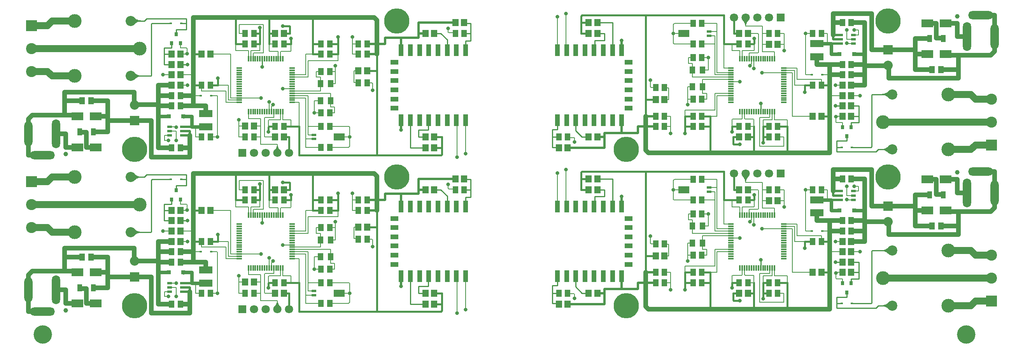
<source format=gtl>
G04*
G04 #@! TF.GenerationSoftware,Altium Limited,Altium Designer,22.8.2 (66)*
G04*
G04 Layer_Physical_Order=1*
G04 Layer_Color=255*
%FSLAX25Y25*%
%MOIN*%
G70*
G04*
G04 #@! TF.SameCoordinates,C3FD66B6-40D4-4EF1-9346-9CEE37E5CDB1*
G04*
G04*
G04 #@! TF.FilePolarity,Positive*
G04*
G01*
G75*
%ADD10C,0.03937*%
%ADD11R,0.01181X0.04724*%
%ADD12R,0.04724X0.01181*%
%ADD13R,0.05315X0.05906*%
%ADD14R,0.05118X0.05906*%
%ADD15R,0.07087X0.03937*%
%ADD16R,0.03937X0.09843*%
%ADD17R,0.02323X0.01772*%
%ADD18R,0.03150X0.03543*%
%ADD19R,0.11811X0.06102*%
%ADD20R,0.03543X0.03740*%
%ADD21R,0.04331X0.02362*%
%ADD22R,0.09843X0.06693*%
%ADD23R,0.03937X0.06299*%
%ADD24R,0.09449X0.05906*%
%ADD25R,0.04921X0.06299*%
%ADD26C,0.00800*%
%ADD27C,0.04000*%
%ADD28C,0.00900*%
%ADD29C,0.01500*%
%ADD30C,0.03000*%
%ADD31C,0.02000*%
%ADD32C,0.06000*%
%ADD33C,0.05000*%
%ADD34R,0.02323X0.01772*%
%ADD35C,0.15748*%
%ADD36C,0.09449*%
%ADD37R,0.09449X0.09449*%
%ADD38C,0.11811*%
%ADD39C,0.08661*%
%ADD40C,0.08661*%
%ADD41R,0.08000X0.08000*%
%ADD42C,0.08000*%
%ADD43O,0.07087X0.24803*%
%ADD44O,0.07087X0.21260*%
%ADD45O,0.21260X0.07087*%
%ADD46C,0.07087*%
%ADD47R,0.07087X0.07087*%
%ADD48C,0.21654*%
%ADD49C,0.03200*%
G36*
X98485Y258447D02*
X99006Y258008D01*
X99536Y257621D01*
X100076Y257285D01*
X100626Y257001D01*
X101185Y256769D01*
X101754Y256588D01*
X102333Y256459D01*
X102922Y256381D01*
X103520Y256356D01*
Y255456D01*
X102922Y255430D01*
X102333Y255352D01*
X101754Y255223D01*
X101185Y255043D01*
X100626Y254810D01*
X100076Y254526D01*
X99536Y254191D01*
X99006Y253803D01*
X98485Y253365D01*
X97975Y252874D01*
Y258937D01*
X98485Y258447D01*
D02*
G37*
G36*
X623975Y255915D02*
X623621Y255494D01*
X623309Y255063D01*
X623039Y254624D01*
X622810Y254175D01*
X622623Y253717D01*
X622477Y253250D01*
X622373Y252774D01*
X622311Y252289D01*
X622290Y251794D01*
X621490D01*
X621469Y252289D01*
X621407Y252774D01*
X621303Y253250D01*
X621157Y253717D01*
X620970Y254175D01*
X620741Y254624D01*
X620470Y255063D01*
X620158Y255494D01*
X619805Y255915D01*
X619410Y256328D01*
X624370D01*
X623975Y255915D01*
D02*
G37*
G36*
X98485Y211202D02*
X99006Y210764D01*
X99536Y210376D01*
X100076Y210041D01*
X100626Y209757D01*
X101185Y209524D01*
X101754Y209344D01*
X102333Y209215D01*
X102922Y209137D01*
X103520Y209111D01*
Y208211D01*
X102922Y208186D01*
X102333Y208108D01*
X101754Y207979D01*
X101185Y207798D01*
X100626Y207566D01*
X100076Y207282D01*
X99536Y206946D01*
X99006Y206559D01*
X98485Y206120D01*
X97975Y205630D01*
Y211693D01*
X98485Y211202D01*
D02*
G37*
G36*
X744545Y189882D02*
X744034Y190372D01*
X743514Y190811D01*
X742983Y191199D01*
X742443Y191534D01*
X741894Y191818D01*
X741334Y192050D01*
X740765Y192231D01*
X740187Y192360D01*
X739598Y192438D01*
X739000Y192463D01*
Y193363D01*
X739598Y193389D01*
X740187Y193467D01*
X740765Y193596D01*
X741334Y193777D01*
X741894Y194009D01*
X742443Y194293D01*
X742983Y194628D01*
X743514Y195016D01*
X744034Y195455D01*
X744545Y195945D01*
Y189882D01*
D02*
G37*
G36*
X221051Y149286D02*
X221113Y148801D01*
X221217Y148325D01*
X221363Y147858D01*
X221550Y147400D01*
X221779Y146951D01*
X222049Y146511D01*
X222361Y146081D01*
X222715Y145659D01*
X223110Y145247D01*
X218150D01*
X218545Y145659D01*
X218899Y146081D01*
X219211Y146511D01*
X219481Y146951D01*
X219710Y147400D01*
X219897Y147858D01*
X220043Y148325D01*
X220147Y148801D01*
X220209Y149286D01*
X220230Y149780D01*
X221030D01*
X221051Y149286D01*
D02*
G37*
G36*
X744545Y142638D02*
X744034Y143128D01*
X743514Y143567D01*
X742983Y143954D01*
X742443Y144290D01*
X741894Y144574D01*
X741334Y144806D01*
X740765Y144987D01*
X740186Y145116D01*
X739598Y145193D01*
X739000Y145219D01*
Y146119D01*
X739598Y146145D01*
X740186Y146222D01*
X740765Y146352D01*
X741334Y146532D01*
X741894Y146765D01*
X742443Y147049D01*
X742983Y147384D01*
X743514Y147771D01*
X744034Y148210D01*
X744545Y148701D01*
Y142638D01*
D02*
G37*
G36*
X98485Y124588D02*
X99006Y124150D01*
X99536Y123762D01*
X100076Y123427D01*
X100626Y123143D01*
X101185Y122910D01*
X101754Y122730D01*
X102333Y122600D01*
X102922Y122523D01*
X103520Y122497D01*
Y121597D01*
X102922Y121572D01*
X102333Y121494D01*
X101754Y121365D01*
X101185Y121184D01*
X100626Y120952D01*
X100076Y120668D01*
X99536Y120332D01*
X99006Y119945D01*
X98485Y119506D01*
X97975Y119016D01*
Y125079D01*
X98485Y124588D01*
D02*
G37*
G36*
X623975Y122057D02*
X623621Y121636D01*
X623309Y121205D01*
X623039Y120765D01*
X622810Y120317D01*
X622623Y119859D01*
X622477Y119392D01*
X622373Y118916D01*
X622311Y118430D01*
X622290Y117936D01*
X621490D01*
X621469Y118430D01*
X621407Y118916D01*
X621303Y119392D01*
X621157Y119859D01*
X620970Y120317D01*
X620741Y120765D01*
X620470Y121205D01*
X620158Y121636D01*
X619805Y122057D01*
X619410Y122470D01*
X624370D01*
X623975Y122057D01*
D02*
G37*
G36*
X98485Y77344D02*
X99006Y76905D01*
X99536Y76518D01*
X100076Y76182D01*
X100626Y75898D01*
X101185Y75666D01*
X101754Y75485D01*
X102333Y75356D01*
X102922Y75279D01*
X103520Y75253D01*
Y74353D01*
X102922Y74327D01*
X102333Y74250D01*
X101754Y74121D01*
X101185Y73940D01*
X100626Y73708D01*
X100076Y73424D01*
X99536Y73088D01*
X99006Y72701D01*
X98485Y72262D01*
X97975Y71772D01*
Y77835D01*
X98485Y77344D01*
D02*
G37*
G36*
X744545Y56024D02*
X744034Y56514D01*
X743514Y56953D01*
X742983Y57340D01*
X742443Y57676D01*
X741894Y57960D01*
X741334Y58192D01*
X740765Y58373D01*
X740187Y58502D01*
X739598Y58579D01*
X739000Y58605D01*
Y59505D01*
X739598Y59531D01*
X740187Y59608D01*
X740765Y59737D01*
X741334Y59918D01*
X741894Y60150D01*
X742443Y60435D01*
X742983Y60770D01*
X743514Y61157D01*
X744034Y61596D01*
X744545Y62087D01*
Y56024D01*
D02*
G37*
G36*
X221051Y15428D02*
X221113Y14943D01*
X221217Y14467D01*
X221363Y13999D01*
X221550Y13542D01*
X221779Y13093D01*
X222049Y12653D01*
X222361Y12223D01*
X222715Y11801D01*
X223110Y11389D01*
X218150D01*
X218545Y11801D01*
X218899Y12223D01*
X219211Y12653D01*
X219481Y13093D01*
X219710Y13542D01*
X219897Y13999D01*
X220043Y14467D01*
X220147Y14943D01*
X220209Y15428D01*
X220230Y15922D01*
X221030D01*
X221051Y15428D01*
D02*
G37*
G36*
X744545Y8779D02*
X744034Y9270D01*
X743514Y9709D01*
X742983Y10096D01*
X742443Y10432D01*
X741894Y10716D01*
X741334Y10948D01*
X740765Y11129D01*
X740186Y11258D01*
X739598Y11335D01*
X739000Y11361D01*
Y12261D01*
X739598Y12287D01*
X740186Y12364D01*
X740765Y12493D01*
X741334Y12674D01*
X741894Y12906D01*
X742443Y13190D01*
X742983Y13526D01*
X743514Y13913D01*
X744034Y14352D01*
X744545Y14842D01*
Y8779D01*
D02*
G37*
G54D10*
X803150Y259842D02*
D03*
Y125984D02*
D03*
X39370Y7874D02*
D03*
Y141732D02*
D03*
G54D11*
X617126Y223425D02*
D03*
X619095D02*
D03*
X621063D02*
D03*
X623032D02*
D03*
X625000D02*
D03*
X626968D02*
D03*
X628937D02*
D03*
X630905D02*
D03*
X632874D02*
D03*
X634842D02*
D03*
X636811D02*
D03*
X638779D02*
D03*
X640748D02*
D03*
X642717D02*
D03*
X644685D02*
D03*
X646654D02*
D03*
Y178150D02*
D03*
X644685D02*
D03*
X642717D02*
D03*
X640748D02*
D03*
X638779D02*
D03*
X636811D02*
D03*
X634842D02*
D03*
X632874D02*
D03*
X630905D02*
D03*
X628937D02*
D03*
X626968D02*
D03*
X625000D02*
D03*
X623032D02*
D03*
X621063D02*
D03*
X619095D02*
D03*
X617126D02*
D03*
Y89567D02*
D03*
X619095D02*
D03*
X621063D02*
D03*
X623032D02*
D03*
X625000D02*
D03*
X626968D02*
D03*
X628937D02*
D03*
X630905D02*
D03*
X632874D02*
D03*
X634842D02*
D03*
X636811D02*
D03*
X638779D02*
D03*
X640748D02*
D03*
X642717D02*
D03*
X644685D02*
D03*
X646654D02*
D03*
Y44291D02*
D03*
X644685D02*
D03*
X642717D02*
D03*
X640748D02*
D03*
X638779D02*
D03*
X636811D02*
D03*
X634842D02*
D03*
X632874D02*
D03*
X630905D02*
D03*
X628937D02*
D03*
X626968D02*
D03*
X625000D02*
D03*
X623032D02*
D03*
X621063D02*
D03*
X619095D02*
D03*
X617126D02*
D03*
X225394Y44291D02*
D03*
X223425D02*
D03*
X221457D02*
D03*
X219488D02*
D03*
X217520D02*
D03*
X215551D02*
D03*
X213583D02*
D03*
X211614D02*
D03*
X209646D02*
D03*
X207677D02*
D03*
X205709D02*
D03*
X203740D02*
D03*
X201772D02*
D03*
X199803D02*
D03*
X197835D02*
D03*
X195866D02*
D03*
Y89567D02*
D03*
X197835D02*
D03*
X199803D02*
D03*
X201772D02*
D03*
X203740D02*
D03*
X205709D02*
D03*
X207677D02*
D03*
X209646D02*
D03*
X211614D02*
D03*
X213583D02*
D03*
X215551D02*
D03*
X217520D02*
D03*
X219488D02*
D03*
X221457D02*
D03*
X223425D02*
D03*
X225394D02*
D03*
Y178150D02*
D03*
X223425D02*
D03*
X221457D02*
D03*
X219488D02*
D03*
X217520D02*
D03*
X215551D02*
D03*
X213583D02*
D03*
X211614D02*
D03*
X209646D02*
D03*
X207677D02*
D03*
X205709D02*
D03*
X203740D02*
D03*
X201772D02*
D03*
X199803D02*
D03*
X197835D02*
D03*
X195866D02*
D03*
Y223425D02*
D03*
X197835D02*
D03*
X199803D02*
D03*
X201772D02*
D03*
X203740D02*
D03*
X205709D02*
D03*
X207677D02*
D03*
X209646D02*
D03*
X211614D02*
D03*
X213583D02*
D03*
X215551D02*
D03*
X217520D02*
D03*
X219488D02*
D03*
X221457D02*
D03*
X223425D02*
D03*
X225394D02*
D03*
G54D12*
X654528Y215551D02*
D03*
Y213583D02*
D03*
Y211614D02*
D03*
Y209646D02*
D03*
Y207677D02*
D03*
Y205709D02*
D03*
Y203740D02*
D03*
Y201772D02*
D03*
Y199803D02*
D03*
Y197835D02*
D03*
Y195866D02*
D03*
Y193898D02*
D03*
Y191929D02*
D03*
Y189961D02*
D03*
Y187992D02*
D03*
Y186024D02*
D03*
X609252D02*
D03*
Y187992D02*
D03*
Y189961D02*
D03*
Y191929D02*
D03*
Y193898D02*
D03*
Y195866D02*
D03*
Y197835D02*
D03*
Y199803D02*
D03*
Y201772D02*
D03*
Y203740D02*
D03*
Y205709D02*
D03*
Y207677D02*
D03*
Y209646D02*
D03*
Y211614D02*
D03*
Y213583D02*
D03*
Y215551D02*
D03*
X654528Y81693D02*
D03*
Y79724D02*
D03*
Y77756D02*
D03*
Y75787D02*
D03*
Y73819D02*
D03*
Y71850D02*
D03*
Y69882D02*
D03*
Y67913D02*
D03*
Y65945D02*
D03*
Y63976D02*
D03*
Y62008D02*
D03*
Y60039D02*
D03*
Y58071D02*
D03*
Y56102D02*
D03*
Y54134D02*
D03*
Y52165D02*
D03*
X609252D02*
D03*
Y54134D02*
D03*
Y56102D02*
D03*
Y58071D02*
D03*
Y60039D02*
D03*
Y62008D02*
D03*
Y63976D02*
D03*
Y65945D02*
D03*
Y67913D02*
D03*
Y69882D02*
D03*
Y71850D02*
D03*
Y73819D02*
D03*
Y75787D02*
D03*
Y77756D02*
D03*
Y79724D02*
D03*
Y81693D02*
D03*
X187992Y52165D02*
D03*
Y54134D02*
D03*
Y56102D02*
D03*
Y58071D02*
D03*
Y60039D02*
D03*
Y62008D02*
D03*
Y63976D02*
D03*
Y65945D02*
D03*
Y67913D02*
D03*
Y69882D02*
D03*
Y71850D02*
D03*
Y73819D02*
D03*
Y75787D02*
D03*
Y77756D02*
D03*
Y79724D02*
D03*
Y81693D02*
D03*
X233268D02*
D03*
Y79724D02*
D03*
Y77756D02*
D03*
Y75787D02*
D03*
Y73819D02*
D03*
Y71850D02*
D03*
Y69882D02*
D03*
Y67913D02*
D03*
Y65945D02*
D03*
Y63976D02*
D03*
Y62008D02*
D03*
Y60039D02*
D03*
Y58071D02*
D03*
Y56102D02*
D03*
Y54134D02*
D03*
Y52165D02*
D03*
X187992Y186024D02*
D03*
Y187992D02*
D03*
Y189961D02*
D03*
Y191929D02*
D03*
Y193898D02*
D03*
Y195866D02*
D03*
Y197835D02*
D03*
Y199803D02*
D03*
Y201772D02*
D03*
Y203740D02*
D03*
Y205709D02*
D03*
Y207677D02*
D03*
Y209646D02*
D03*
Y211614D02*
D03*
Y213583D02*
D03*
Y215551D02*
D03*
X233268D02*
D03*
Y213583D02*
D03*
Y211614D02*
D03*
Y209646D02*
D03*
Y207677D02*
D03*
Y205709D02*
D03*
Y203740D02*
D03*
Y201772D02*
D03*
Y199803D02*
D03*
Y197835D02*
D03*
Y195866D02*
D03*
Y193898D02*
D03*
Y191929D02*
D03*
Y189961D02*
D03*
Y187992D02*
D03*
Y186024D02*
D03*
G54D13*
X641929Y235728D02*
D03*
X649409D02*
D03*
X544980Y188484D02*
D03*
X552461D02*
D03*
X494882Y156496D02*
D03*
X487402D02*
D03*
X487402Y254429D02*
D03*
X494882D02*
D03*
X487402Y245079D02*
D03*
X494882D02*
D03*
X469291Y147146D02*
D03*
X461811D02*
D03*
X704921Y191929D02*
D03*
X712402D02*
D03*
X704921Y200787D02*
D03*
X712402D02*
D03*
X712402Y174213D02*
D03*
X704921D02*
D03*
X704921Y183071D02*
D03*
X712402D02*
D03*
X616339Y156496D02*
D03*
X623819D02*
D03*
X623819Y245079D02*
D03*
X616339D02*
D03*
X679331Y174213D02*
D03*
X686811D02*
D03*
X641929Y101870D02*
D03*
X649409D02*
D03*
X544980Y54626D02*
D03*
X552461D02*
D03*
X494882Y22638D02*
D03*
X487402D02*
D03*
X487402Y120571D02*
D03*
X494882D02*
D03*
X487402Y111221D02*
D03*
X494882D02*
D03*
X469291Y13287D02*
D03*
X461811D02*
D03*
X704921Y58071D02*
D03*
X712402D02*
D03*
X704921Y66929D02*
D03*
X712402D02*
D03*
X712402Y40354D02*
D03*
X704921D02*
D03*
X704921Y49213D02*
D03*
X712402D02*
D03*
X616339Y22638D02*
D03*
X623819D02*
D03*
X623819Y111221D02*
D03*
X616339D02*
D03*
X679331Y40354D02*
D03*
X686811D02*
D03*
X200591Y31988D02*
D03*
X193110D02*
D03*
X297539Y79232D02*
D03*
X290059D02*
D03*
X347638Y111221D02*
D03*
X355118D02*
D03*
X355118Y13287D02*
D03*
X347638D02*
D03*
X355118Y22638D02*
D03*
X347638D02*
D03*
X373228Y120571D02*
D03*
X380709D02*
D03*
X137598Y75787D02*
D03*
X130118D02*
D03*
X137598Y66929D02*
D03*
X130118D02*
D03*
X130118Y93504D02*
D03*
X137598D02*
D03*
X137598Y84646D02*
D03*
X130118D02*
D03*
X226181Y111221D02*
D03*
X218701D02*
D03*
X218701Y22638D02*
D03*
X226181D02*
D03*
X163189Y93504D02*
D03*
X155709D02*
D03*
X200591Y165847D02*
D03*
X193110D02*
D03*
X297539Y213090D02*
D03*
X290059D02*
D03*
X347638Y245079D02*
D03*
X355118D02*
D03*
X355118Y147146D02*
D03*
X347638D02*
D03*
X355118Y156496D02*
D03*
X347638D02*
D03*
X373228Y254429D02*
D03*
X380709D02*
D03*
X137598Y209646D02*
D03*
X130118D02*
D03*
X137598Y200787D02*
D03*
X130118D02*
D03*
X130118Y227362D02*
D03*
X137598D02*
D03*
X137598Y218504D02*
D03*
X130118D02*
D03*
X226181Y245079D02*
D03*
X218701D02*
D03*
X218701Y156496D02*
D03*
X226181D02*
D03*
X163189Y227362D02*
D03*
X155709D02*
D03*
G54D14*
X552461Y198819D02*
D03*
X544980D02*
D03*
X552461Y174213D02*
D03*
X544980D02*
D03*
X552461Y165354D02*
D03*
X544980D02*
D03*
X469291Y156496D02*
D03*
X461811D02*
D03*
X686811Y245079D02*
D03*
X679331D02*
D03*
X712402Y209646D02*
D03*
X704921D02*
D03*
X712402Y218504D02*
D03*
X704921D02*
D03*
X789173Y214075D02*
D03*
X781693D02*
D03*
X712402Y254429D02*
D03*
X704921D02*
D03*
X641929Y245079D02*
D03*
X649409D02*
D03*
X679331Y200787D02*
D03*
X686811D02*
D03*
X641929Y156496D02*
D03*
X649409D02*
D03*
X623819Y236221D02*
D03*
X616339D02*
D03*
X641929Y165354D02*
D03*
X649409D02*
D03*
X616339D02*
D03*
X623819D02*
D03*
X576968D02*
D03*
X584449D02*
D03*
X576968Y236221D02*
D03*
X584449D02*
D03*
X576968Y253937D02*
D03*
X584449D02*
D03*
X576968Y188976D02*
D03*
X584449D02*
D03*
Y224410D02*
D03*
X576968D02*
D03*
Y174213D02*
D03*
X584449D02*
D03*
X552461Y64961D02*
D03*
X544980D02*
D03*
X552461Y40354D02*
D03*
X544980D02*
D03*
X552461Y31496D02*
D03*
X544980D02*
D03*
X469291Y22638D02*
D03*
X461811D02*
D03*
X686811Y111221D02*
D03*
X679331D02*
D03*
X712402Y75787D02*
D03*
X704921D02*
D03*
X712402Y84646D02*
D03*
X704921D02*
D03*
X789173Y80216D02*
D03*
X781693D02*
D03*
X712402Y120571D02*
D03*
X704921D02*
D03*
X641929Y111221D02*
D03*
X649409D02*
D03*
X679331Y66929D02*
D03*
X686811D02*
D03*
X641929Y22638D02*
D03*
X649409D02*
D03*
X623819Y102362D02*
D03*
X616339D02*
D03*
X641929Y31496D02*
D03*
X649409D02*
D03*
X616339D02*
D03*
X623819D02*
D03*
X576968D02*
D03*
X584449D02*
D03*
X576968Y102362D02*
D03*
X584449D02*
D03*
X576968Y120079D02*
D03*
X584449D02*
D03*
X576968Y55118D02*
D03*
X584449D02*
D03*
Y90551D02*
D03*
X576968D02*
D03*
Y40354D02*
D03*
X584449D02*
D03*
X290059Y68898D02*
D03*
X297539D02*
D03*
X290059Y93504D02*
D03*
X297539D02*
D03*
X290059Y102362D02*
D03*
X297539D02*
D03*
X373228Y111221D02*
D03*
X380709D02*
D03*
X155709Y22638D02*
D03*
X163189D02*
D03*
X130118Y58071D02*
D03*
X137598D02*
D03*
X130118Y49213D02*
D03*
X137598D02*
D03*
X53347Y53642D02*
D03*
X60827D02*
D03*
X130118Y13287D02*
D03*
X137598D02*
D03*
X200591Y22638D02*
D03*
X193110D02*
D03*
X163189Y66929D02*
D03*
X155709D02*
D03*
X200591Y111221D02*
D03*
X193110D02*
D03*
X218701Y31496D02*
D03*
X226181D02*
D03*
X200591Y102362D02*
D03*
X193110D02*
D03*
X226181D02*
D03*
X218701D02*
D03*
X265551D02*
D03*
X258071D02*
D03*
X265551Y31496D02*
D03*
X258071D02*
D03*
X265551Y13780D02*
D03*
X258071D02*
D03*
X265551Y78740D02*
D03*
X258071D02*
D03*
Y43307D02*
D03*
X265551D02*
D03*
Y93504D02*
D03*
X258071D02*
D03*
X290059Y202756D02*
D03*
X297539D02*
D03*
X290059Y227362D02*
D03*
X297539D02*
D03*
X290059Y236221D02*
D03*
X297539D02*
D03*
X373228Y245079D02*
D03*
X380709D02*
D03*
X155709Y156496D02*
D03*
X163189D02*
D03*
X130118Y191929D02*
D03*
X137598D02*
D03*
X130118Y183071D02*
D03*
X137598D02*
D03*
X53347Y187500D02*
D03*
X60827D02*
D03*
X130118Y147146D02*
D03*
X137598D02*
D03*
X200591Y156496D02*
D03*
X193110D02*
D03*
X163189Y200787D02*
D03*
X155709D02*
D03*
X200591Y245079D02*
D03*
X193110D02*
D03*
X218701Y165354D02*
D03*
X226181D02*
D03*
X200591Y236221D02*
D03*
X193110D02*
D03*
X226181D02*
D03*
X218701D02*
D03*
X265551D02*
D03*
X258071D02*
D03*
X265551Y165354D02*
D03*
X258071D02*
D03*
X265551Y147638D02*
D03*
X258071D02*
D03*
X265551Y212598D02*
D03*
X258071D02*
D03*
Y177165D02*
D03*
X265551D02*
D03*
Y227362D02*
D03*
X258071D02*
D03*
G54D15*
X521654Y181102D02*
D03*
Y188976D02*
D03*
Y196850D02*
D03*
Y204724D02*
D03*
Y212598D02*
D03*
Y220472D02*
D03*
D03*
Y47244D02*
D03*
Y55118D02*
D03*
Y62992D02*
D03*
Y70866D02*
D03*
Y78740D02*
D03*
Y86614D02*
D03*
D03*
X320866Y86614D02*
D03*
Y78740D02*
D03*
Y70866D02*
D03*
Y62992D02*
D03*
Y55118D02*
D03*
Y47244D02*
D03*
D03*
Y220472D02*
D03*
Y212598D02*
D03*
Y204724D02*
D03*
Y196850D02*
D03*
Y188976D02*
D03*
Y181102D02*
D03*
D03*
G54D16*
X460630Y170866D02*
D03*
Y230709D02*
D03*
X468504D02*
D03*
X476378D02*
D03*
X484252D02*
D03*
X492126D02*
D03*
X500000D02*
D03*
X507874D02*
D03*
X515748D02*
D03*
Y170866D02*
D03*
X507874D02*
D03*
X500000D02*
D03*
X492126D02*
D03*
X484252D02*
D03*
X476378D02*
D03*
X468504D02*
D03*
X460630Y37008D02*
D03*
Y96850D02*
D03*
X468504D02*
D03*
X476378D02*
D03*
X484252D02*
D03*
X492126D02*
D03*
X500000D02*
D03*
X507874D02*
D03*
X515748D02*
D03*
Y37008D02*
D03*
X507874D02*
D03*
X500000D02*
D03*
X492126D02*
D03*
X484252D02*
D03*
X476378D02*
D03*
X468504D02*
D03*
X381890Y96850D02*
D03*
Y37008D02*
D03*
X374016D02*
D03*
X366142D02*
D03*
X358268D02*
D03*
X350394D02*
D03*
X342520D02*
D03*
X334646D02*
D03*
X326772D02*
D03*
Y96850D02*
D03*
X334646D02*
D03*
X342520D02*
D03*
X350394D02*
D03*
X358268D02*
D03*
X366142D02*
D03*
X374016D02*
D03*
X381890Y230709D02*
D03*
Y170866D02*
D03*
X374016D02*
D03*
X366142D02*
D03*
X358268D02*
D03*
X350394D02*
D03*
X342520D02*
D03*
X334646D02*
D03*
X326772D02*
D03*
Y230709D02*
D03*
X334646D02*
D03*
X342520D02*
D03*
X350394D02*
D03*
X358268D02*
D03*
X366142D02*
D03*
X374016D02*
D03*
G54D17*
X713091Y147638D02*
D03*
X704232D02*
D03*
X678642Y209646D02*
D03*
X687500D02*
D03*
X713091Y13780D02*
D03*
X704232D02*
D03*
X678642Y75787D02*
D03*
X687500D02*
D03*
X129429Y120079D02*
D03*
X138287D02*
D03*
X129429Y253937D02*
D03*
X138287D02*
D03*
G54D18*
X704921Y164862D02*
D03*
X708661Y156988D02*
D03*
X712402Y164862D02*
D03*
X704921Y31004D02*
D03*
X708661Y23130D02*
D03*
X712402Y31004D02*
D03*
X137598Y102854D02*
D03*
X133858Y110728D02*
D03*
X130118Y102854D02*
D03*
X137598Y236713D02*
D03*
X133858Y244587D02*
D03*
X130118Y236713D02*
D03*
G54D19*
X683071Y225197D02*
D03*
Y236417D02*
D03*
Y91339D02*
D03*
Y102559D02*
D03*
X159449Y42520D02*
D03*
Y31299D02*
D03*
Y176378D02*
D03*
Y165157D02*
D03*
G54D20*
X702461Y227362D02*
D03*
X714862D02*
D03*
X702461Y93504D02*
D03*
X714862D02*
D03*
X140059Y40354D02*
D03*
X127657D02*
D03*
X140059Y174213D02*
D03*
X127657D02*
D03*
G54D21*
X703150Y236417D02*
D03*
Y240158D02*
D03*
Y243898D02*
D03*
X714173D02*
D03*
Y240158D02*
D03*
Y236417D02*
D03*
X590650Y243307D02*
D03*
Y246850D02*
D03*
X703150Y102559D02*
D03*
Y106299D02*
D03*
Y110039D02*
D03*
X714173D02*
D03*
Y106299D02*
D03*
Y102559D02*
D03*
X590650Y109449D02*
D03*
Y112992D02*
D03*
X139370Y31299D02*
D03*
Y27559D02*
D03*
Y23819D02*
D03*
X128347D02*
D03*
Y27559D02*
D03*
Y31299D02*
D03*
X251870Y24409D02*
D03*
Y20866D02*
D03*
X139370Y165157D02*
D03*
Y161417D02*
D03*
Y157677D02*
D03*
X128347D02*
D03*
Y161417D02*
D03*
Y165157D02*
D03*
X251870Y158268D02*
D03*
Y154724D02*
D03*
G54D22*
X793307Y227362D02*
D03*
X777559D02*
D03*
X793307Y253937D02*
D03*
X777559D02*
D03*
X793307Y93504D02*
D03*
X777559D02*
D03*
X793307Y120079D02*
D03*
X777559D02*
D03*
X49213Y40354D02*
D03*
X64961D02*
D03*
X49213Y13780D02*
D03*
X64961D02*
D03*
X49213Y174213D02*
D03*
X64961D02*
D03*
X49213Y147638D02*
D03*
X64961D02*
D03*
G54D23*
X791339Y240650D02*
D03*
X779528D02*
D03*
X791339Y106791D02*
D03*
X779528D02*
D03*
X51181Y27067D02*
D03*
X62992D02*
D03*
X51181Y160925D02*
D03*
X62992D02*
D03*
G54D24*
X568799Y245079D02*
D03*
Y111221D02*
D03*
X273721Y22638D02*
D03*
Y156496D02*
D03*
G54D25*
X585039Y213976D02*
D03*
X576378Y199409D02*
D03*
X585039D02*
D03*
X576378Y213976D02*
D03*
X585039Y80118D02*
D03*
X576378Y65551D02*
D03*
X585039D02*
D03*
X576378Y80118D02*
D03*
X257480Y53740D02*
D03*
X266142Y68307D02*
D03*
X257480D02*
D03*
X266142Y53740D02*
D03*
X257480Y187598D02*
D03*
X266142Y202165D02*
D03*
X257480D02*
D03*
X266142Y187598D02*
D03*
G54D26*
X699545Y173978D02*
X699311D01*
X540940Y198819D02*
X540354Y199405D01*
Y205217D02*
Y199405D01*
X618602Y171752D02*
X610705D01*
X610236Y171283D01*
X619095Y178150D02*
Y172244D01*
X618602Y171752D01*
X610236Y171283D02*
Y165354D01*
X628937Y171283D02*
X628468Y171752D01*
X621532D02*
X621063Y172221D01*
X628937Y171283D02*
Y165354D01*
X621063Y178150D02*
Y172221D01*
X628468Y171752D02*
X621532D01*
X619095Y178150D02*
X619095Y178150D01*
X616339Y165748D02*
Y165354D01*
X629429Y236713D02*
Y230784D01*
X544980Y198819D02*
X540940D01*
X708661Y248031D02*
Y240158D01*
X714173D02*
X708661D01*
X468012Y262303D02*
Y231201D01*
X475429Y155394D02*
Y152102D01*
X475394Y152067D01*
X475429Y155394D02*
X474960Y155863D01*
X469924D01*
X469291Y156496D01*
X572342Y188976D02*
Y184055D01*
X576968Y188976D02*
Y188976D01*
X572342D01*
Y199409D02*
Y188976D01*
X576378Y199409D02*
X572342D01*
X691929Y245079D02*
Y236417D01*
Y245079D02*
X686811D01*
X673697Y209646D02*
X673228Y210114D01*
X678642Y209646D02*
X673697D01*
X677854Y245079D02*
X673228D01*
X679331Y246555D02*
X677854Y245079D01*
X673228D02*
Y210114D01*
X657480Y171260D02*
Y165354D01*
Y171260D02*
X646654D01*
X633858Y173228D02*
Y148622D01*
X654528D02*
X633858D01*
X642248Y173228D02*
X633858D01*
X642717Y173697D02*
X642248Y173228D01*
X642717Y178150D02*
Y173697D01*
X636811Y171260D02*
Y165354D01*
X644685Y178150D02*
Y171260D01*
X636811D01*
X644685Y178150D02*
X644685D01*
X654528Y156496D02*
Y148622D01*
Y156496D02*
X649409D01*
X609252Y215551D02*
Y215551D01*
Y215551D02*
X603346D01*
Y236221D02*
Y215551D01*
X590059Y224410D02*
Y213976D01*
X597441Y247047D02*
Y211614D01*
X595472Y236221D02*
Y209646D01*
X609252D02*
Y209646D01*
X590059Y213976D02*
X585039D01*
X609252Y209646D02*
X595472D01*
X609252Y211614D02*
X597441D01*
X672736Y200787D02*
X663878D01*
Y213583D02*
Y200787D01*
X661909Y211614D02*
X654528D01*
X661909D02*
Y174213D01*
X679331D02*
X661909D01*
X665846Y215551D02*
Y205709D01*
X686811D02*
X665846D01*
X686811D02*
Y200787D01*
X704921Y191929D02*
X693898D01*
X556102Y198327D02*
X551968D01*
Y198819D02*
Y198327D01*
X556102D02*
Y188484D01*
X551968D01*
X560039Y245079D02*
Y236689D01*
X560508Y236221D02*
X560039Y236689D01*
X576968Y236221D02*
X560508D01*
X590059Y224410D02*
X584449D01*
Y224410D02*
Y224410D01*
X632429Y245079D02*
X623819D01*
X632898Y244610D02*
Y228815D01*
X632429Y228346D01*
X625000D01*
X632898Y244610D02*
X632429Y245079D01*
X629429Y230784D02*
X628961Y230315D01*
X619095D01*
X654528Y211614D02*
X654528Y211614D01*
X635827D02*
X635827Y211614D01*
X654528Y211614D02*
X635827D01*
X617126Y203740D02*
X609252D01*
X655020Y235728D02*
Y230315D01*
Y245079D02*
X649409D01*
X655020D02*
Y235728D01*
X649409D01*
X636319Y251476D02*
Y245079D01*
X646654Y223425D02*
X646654D01*
X636319Y251476D02*
X621890D01*
Y258858D02*
Y251476D01*
X557579Y165354D02*
Y159449D01*
Y174213D02*
Y165354D01*
X552461D01*
X557579Y174213D02*
X552461D01*
X569882Y159449D02*
X569882D01*
X628937Y215059D02*
X628937Y215059D01*
X628937Y223425D02*
Y215059D01*
X515748Y239173D02*
X515748D01*
X693898Y209646D02*
X687500D01*
X694882D02*
X693898D01*
X654528Y142717D02*
X654528D01*
X629429D02*
X628937D01*
X699311Y173978D02*
Y173744D01*
X699780Y174213D02*
X699545Y173978D01*
X704921Y168799D02*
X699780D01*
X704921Y174213D02*
X699780D01*
X699311Y173744D02*
Y169268D01*
X699780Y168799D02*
X699311Y169268D01*
X704921Y168799D02*
Y164862D01*
X625000Y223425D02*
X625000D01*
Y228346D02*
Y223425D01*
X625492Y217712D02*
Y217520D01*
X654528Y213583D02*
Y213583D01*
X704921Y200787D02*
X698819D01*
X719980Y191929D02*
X712402D01*
X626968Y223425D02*
Y219188D01*
X626968Y223425D02*
X626968Y223425D01*
Y219188D02*
X625492Y217712D01*
X460630Y230709D02*
X460630D01*
X460630Y259350D02*
Y230709D01*
X468504D02*
X468012Y231201D01*
X636319Y235728D02*
Y229331D01*
Y245079D02*
Y235728D01*
X641929D02*
X636319D01*
X641929Y245079D02*
X636319D01*
X646654Y229331D02*
X636319D01*
X646654D02*
Y223425D01*
X663878Y213583D02*
X654528D01*
X665846Y215551D02*
X654528D01*
X718504Y248031D02*
X715059D01*
X718504D02*
Y243898D01*
X714173D01*
Y236417D02*
X708661D01*
Y236713D02*
Y236417D01*
X595472Y179626D02*
X569882D01*
X595472Y193898D02*
Y179626D01*
X569882D02*
Y174213D01*
X597441D02*
X591535D01*
X597441Y191929D02*
Y174213D01*
X609252Y193898D02*
X595472D01*
X609252Y191929D02*
X597441D01*
X642717Y178150D02*
X642717D01*
X646654D02*
Y171260D01*
X646654Y178150D02*
X646654D01*
X619095Y230315D02*
Y223425D01*
X610236Y236221D02*
Y230315D01*
X617126D02*
X610236D01*
X617126D02*
Y223425D01*
X617126D02*
X617126D01*
X628937Y165354D02*
X623819D01*
X561024Y253937D02*
X560039Y252953D01*
Y245079D01*
X568799D02*
X560039D01*
X576968Y253937D02*
X561024D01*
X597441D02*
Y247047D01*
X597244Y246850D02*
X590650D01*
X597441Y247047D02*
X597244Y246850D01*
X595276Y243307D02*
X590650D01*
X595472Y243110D02*
X595276Y243307D01*
X597441Y253937D02*
X584449D01*
X595472Y243110D02*
Y236221D01*
X584449D01*
X588583Y188976D02*
X584449D01*
X588583Y193898D02*
Y188976D01*
X576378Y213976D02*
Y207677D01*
Y219488D02*
Y213976D01*
Y219488D02*
X572835D01*
Y224410D02*
Y219488D01*
X576968Y224410D02*
X572835D01*
X588583Y193898D02*
X585039D01*
Y199409D02*
Y193898D01*
Y205709D02*
Y199409D01*
X609252Y207677D02*
X576378D01*
X609252Y205709D02*
X585039D01*
X699545Y40120D02*
X699311D01*
X540940Y64961D02*
X540354Y65546D01*
Y71358D02*
Y65546D01*
X618602Y37894D02*
X610705D01*
X610236Y37425D01*
X619095Y44291D02*
Y38386D01*
X618602Y37894D01*
X610236Y37425D02*
Y31496D01*
X628937Y37425D02*
X628468Y37894D01*
X621532D02*
X621063Y38362D01*
X628937Y37425D02*
Y31496D01*
X621063Y44291D02*
Y38362D01*
X628468Y37894D02*
X621532D01*
X619095Y44291D02*
X619095Y44291D01*
X616339Y31890D02*
Y31496D01*
X629429Y102854D02*
Y96925D01*
X544980Y64961D02*
X540940D01*
X708661Y114173D02*
Y106299D01*
X714173D02*
X708661D01*
X468012Y128445D02*
Y97342D01*
X475429Y21536D02*
Y18244D01*
X475394Y18209D01*
X475429Y21536D02*
X474960Y22005D01*
X469924D01*
X469291Y22638D01*
X572342Y55118D02*
Y50197D01*
X576968Y55118D02*
Y55118D01*
X572342D01*
Y65551D02*
Y55118D01*
X576378Y65551D02*
X572342D01*
X691929Y111221D02*
Y102559D01*
Y111221D02*
X686811D01*
X673697Y75787D02*
X673228Y76256D01*
X678642Y75787D02*
X673697D01*
X677854Y111221D02*
X673228D01*
X679331Y112697D02*
X677854Y111221D01*
X673228D02*
Y76256D01*
X657480Y37402D02*
Y31496D01*
Y37402D02*
X646654D01*
X633858Y39370D02*
Y14764D01*
X654528D02*
X633858D01*
X642248Y39370D02*
X633858D01*
X642717Y39839D02*
X642248Y39370D01*
X642717Y44291D02*
Y39839D01*
X636811Y37402D02*
Y31496D01*
X644685Y44291D02*
Y37402D01*
X636811D01*
X644685Y44291D02*
X644685D01*
X654528Y22638D02*
Y14764D01*
Y22638D02*
X649409D01*
X609252Y81693D02*
Y81693D01*
Y81693D02*
X603346D01*
Y102362D02*
Y81693D01*
X590059Y90551D02*
Y80118D01*
X597441Y113189D02*
Y77756D01*
X595472Y102362D02*
Y75787D01*
X609252D02*
Y75787D01*
X590059Y80118D02*
X585039D01*
X609252Y75787D02*
X595472D01*
X609252Y77756D02*
X597441D01*
X672736Y66929D02*
X663878D01*
Y79724D02*
Y66929D01*
X661909Y77756D02*
X654528D01*
X661909D02*
Y40354D01*
X679331D02*
X661909D01*
X665846Y81693D02*
Y71850D01*
X686811D02*
X665846D01*
X686811D02*
Y66929D01*
X704921Y58071D02*
X693898D01*
X556102Y64468D02*
X551968D01*
Y64961D02*
Y64468D01*
X556102D02*
Y54626D01*
X551968D01*
X560039Y111221D02*
Y102831D01*
X560508Y102362D02*
X560039Y102831D01*
X576968Y102362D02*
X560508D01*
X590059Y90551D02*
X584449D01*
Y90551D02*
Y90551D01*
X632429Y111221D02*
X623819D01*
X632898Y110752D02*
Y94957D01*
X632429Y94488D01*
X625000D01*
X632898Y110752D02*
X632429Y111221D01*
X629429Y96925D02*
X628961Y96457D01*
X619095D01*
X654528Y77756D02*
X654528Y77756D01*
X635827D02*
X635827Y77756D01*
X654528Y77756D02*
X635827D01*
X617126Y69882D02*
X609252D01*
X655020Y101870D02*
Y96457D01*
Y111221D02*
X649409D01*
X655020D02*
Y101870D01*
X649409D01*
X636319Y117618D02*
Y111221D01*
X646654Y89567D02*
X646654D01*
X636319Y117618D02*
X621890D01*
Y125000D02*
Y117618D01*
X557579Y31496D02*
Y25591D01*
Y40354D02*
Y31496D01*
X552461D01*
X557579Y40354D02*
X552461D01*
X569882Y25591D02*
X569882D01*
X628937Y81201D02*
X628937Y81201D01*
X628937Y89567D02*
Y81201D01*
X515748Y105315D02*
X515748D01*
X693898Y75787D02*
X687500D01*
X694882D02*
X693898D01*
X654528Y8858D02*
X654528D01*
X629429D02*
X628937D01*
X699311Y40120D02*
Y39886D01*
X699780Y40354D02*
X699545Y40120D01*
X704921Y34941D02*
X699780D01*
X704921Y40354D02*
X699780D01*
X699311Y39886D02*
Y35410D01*
X699780Y34941D02*
X699311Y35410D01*
X704921Y34941D02*
Y31004D01*
X625000Y89567D02*
X625000D01*
Y94488D02*
Y89567D01*
X625492Y83854D02*
Y83661D01*
X654528Y79724D02*
Y79724D01*
X704921Y66929D02*
X698819D01*
X719980Y58071D02*
X712402D01*
X626968Y89567D02*
Y85330D01*
X626968Y89567D02*
X626968Y89567D01*
Y85330D02*
X625492Y83854D01*
X460630Y96850D02*
X460630D01*
X460630Y125492D02*
Y96850D01*
X468504D02*
X468012Y97342D01*
X636319Y101870D02*
Y95472D01*
Y111221D02*
Y101870D01*
X641929D02*
X636319D01*
X641929Y111221D02*
X636319D01*
X646654Y95472D02*
X636319D01*
X646654D02*
Y89567D01*
X663878Y79724D02*
X654528D01*
X665846Y81693D02*
X654528D01*
X718504Y114173D02*
X715059D01*
X718504D02*
Y110039D01*
X714173D01*
Y102559D02*
X708661D01*
Y102854D02*
Y102559D01*
X595472Y45768D02*
X569882D01*
X595472Y60039D02*
Y45768D01*
X569882D02*
Y40354D01*
X597441D02*
X591535D01*
X597441Y58071D02*
Y40354D01*
X609252Y60039D02*
X595472D01*
X609252Y58071D02*
X597441D01*
X642717Y44291D02*
X642717D01*
X646654D02*
Y37402D01*
X646654Y44291D02*
X646654D01*
X619095Y96457D02*
Y89567D01*
X610236Y102362D02*
Y96457D01*
X617126D02*
X610236D01*
X617126D02*
Y89567D01*
X617126D02*
X617126D01*
X628937Y31496D02*
X623819D01*
X561024Y120079D02*
X560039Y119095D01*
Y111221D01*
X568799D02*
X560039D01*
X576968Y120079D02*
X561024D01*
X597441D02*
Y113189D01*
X597244Y112992D02*
X590650D01*
X597441Y113189D02*
X597244Y112992D01*
X595276Y109449D02*
X590650D01*
X595472Y109252D02*
X595276Y109449D01*
X597441Y120079D02*
X584449D01*
X595472Y109252D02*
Y102362D01*
X584449D01*
X588583Y55118D02*
X584449D01*
X588583Y60039D02*
Y55118D01*
X576378Y80118D02*
Y73819D01*
Y85630D02*
Y80118D01*
Y85630D02*
X572835D01*
Y90551D02*
Y85630D01*
X576968Y90551D02*
X572835D01*
X588583Y60039D02*
X585039D01*
Y65551D02*
Y60039D01*
Y71850D02*
Y65551D01*
X609252Y73819D02*
X576378D01*
X609252Y71850D02*
X585039D01*
X142974Y93738D02*
X143209D01*
X301580Y68898D02*
X302165Y68312D01*
Y62500D02*
Y68312D01*
X223917Y95965D02*
X231815D01*
X232283Y96433D01*
X223425Y89567D02*
Y95473D01*
X223917Y95965D01*
X232283Y96433D02*
Y102362D01*
X213583Y96433D02*
X214051Y95965D01*
X220988D02*
X221457Y95496D01*
X213583Y96433D02*
Y102362D01*
X221457Y89567D02*
Y95496D01*
X214051Y95965D02*
X220988D01*
X223425Y89567D02*
X223425Y89567D01*
X226181Y101969D02*
Y102362D01*
X213090Y31004D02*
Y36933D01*
X297539Y68898D02*
X301580D01*
X133858Y19685D02*
Y27559D01*
X128347D02*
X133858D01*
X374508Y5413D02*
Y36516D01*
X367091Y112322D02*
Y115614D01*
X367126Y115650D01*
X367091Y112322D02*
X367559Y111853D01*
X372595D01*
X373228Y111221D01*
X270177Y78740D02*
Y83661D01*
X265551Y78740D02*
Y78740D01*
X270177D01*
Y68307D02*
Y78740D01*
X266142Y68307D02*
X270177D01*
X150591Y22638D02*
Y31299D01*
Y22638D02*
X155709D01*
X168823Y58071D02*
X169291Y57602D01*
X163878Y58071D02*
X168823D01*
X164665Y22638D02*
X169291D01*
X163189Y21161D02*
X164665Y22638D01*
X169291D02*
Y57602D01*
X185039Y96457D02*
Y102362D01*
Y96457D02*
X195866D01*
X208661Y94488D02*
Y119095D01*
X187992D02*
X208661D01*
X200272Y94488D02*
X208661D01*
X199803Y94020D02*
X200272Y94488D01*
X199803Y89567D02*
Y94020D01*
X205709Y96457D02*
Y102362D01*
X197835Y89567D02*
Y96457D01*
X205709D01*
X197835Y89567D02*
X197835D01*
X187992Y111221D02*
Y119095D01*
Y111221D02*
X193110D01*
X233268Y52165D02*
Y52165D01*
Y52165D02*
X239173D01*
Y31496D02*
Y52165D01*
X252461Y43307D02*
Y53740D01*
X245079Y20669D02*
Y56102D01*
X247047Y31496D02*
Y58071D01*
X233268D02*
Y58071D01*
X252461Y53740D02*
X257480D01*
X233268Y58071D02*
X247047D01*
X233268Y56102D02*
X245079D01*
X169783Y66929D02*
X178642D01*
Y54134D02*
Y66929D01*
X180610Y56102D02*
X187992D01*
X180610D02*
Y93504D01*
X163189D02*
X180610D01*
X176673Y52165D02*
Y62008D01*
X155709D02*
X176673D01*
X155709D02*
Y66929D01*
X137598Y75787D02*
X148622D01*
X286417Y69390D02*
X290551D01*
Y68898D02*
Y69390D01*
X286417D02*
Y79232D01*
X290551D01*
X282480Y22638D02*
Y31027D01*
X282012Y31496D02*
X282480Y31027D01*
X265551Y31496D02*
X282012D01*
X252461Y43307D02*
X258071D01*
Y43307D02*
Y43307D01*
X210091Y22638D02*
X218701D01*
X209622Y23106D02*
Y38901D01*
X210091Y39370D01*
X217520D01*
X209622Y23106D02*
X210091Y22638D01*
X213090Y36933D02*
X213559Y37402D01*
X223425D01*
X187992Y56102D02*
X187992Y56102D01*
X206693D02*
X206693Y56102D01*
X187992Y56102D02*
X206693D01*
X225394Y63976D02*
X233268D01*
X187500Y31988D02*
Y37402D01*
Y22638D02*
X193110D01*
X187500D02*
Y31988D01*
X193110D01*
X206201Y16240D02*
Y22638D01*
X195866Y44291D02*
X195866D01*
X206201Y16240D02*
X220630D01*
Y8858D02*
Y16240D01*
X284941Y102362D02*
Y108268D01*
Y93504D02*
Y102362D01*
X290059D01*
X284941Y93504D02*
X290059D01*
X272638Y108268D02*
X272638D01*
X213583Y52658D02*
X213583Y52658D01*
X213583Y44291D02*
Y52658D01*
X326772Y28543D02*
X326772D01*
X148622Y58071D02*
X155020D01*
X147638D02*
X148622D01*
X187992Y125000D02*
X187992D01*
X213090D02*
X213583D01*
X143209Y93738D02*
Y93973D01*
X142740Y93504D02*
X142974Y93738D01*
X137598Y98917D02*
X142740D01*
X137598Y93504D02*
X142740D01*
X143209Y93973D02*
Y98449D01*
X142740Y98917D02*
X143209Y98449D01*
X137598Y98917D02*
Y102854D01*
X217520Y44291D02*
X217520D01*
Y39370D02*
Y44291D01*
X217028Y50005D02*
Y50197D01*
X187992Y54134D02*
Y54134D01*
X137598Y66929D02*
X143701D01*
X122539Y75787D02*
X130118D01*
X215551Y44291D02*
Y48528D01*
X215551Y44291D02*
X215551Y44291D01*
Y48528D02*
X217028Y50005D01*
X381890Y37008D02*
X381890D01*
X381890Y8366D02*
Y37008D01*
X374016D02*
X374508Y36516D01*
X206201Y31988D02*
Y38386D01*
Y22638D02*
Y31988D01*
X200591D02*
X206201D01*
X200591Y22638D02*
X206201D01*
X195866Y38386D02*
X206201D01*
X195866D02*
Y44291D01*
X178642Y54134D02*
X187992D01*
X176673Y52165D02*
X187992D01*
X124016Y19685D02*
X127461D01*
X124016D02*
Y23819D01*
X128347D01*
Y31299D02*
X133858D01*
Y31004D02*
Y31299D01*
X247047Y88090D02*
X272638D01*
X247047Y73819D02*
Y88090D01*
X272638D02*
Y93504D01*
X245079D02*
X250984D01*
X245079Y75787D02*
Y93504D01*
X233268Y73819D02*
X247047D01*
X233268Y75787D02*
X245079D01*
X199803Y89567D02*
X199803D01*
X195866D02*
Y96457D01*
X195866Y89567D02*
X195866D01*
X223425Y37402D02*
Y44291D01*
X232283Y31496D02*
Y37402D01*
X225394D02*
X232283D01*
X225394D02*
Y44291D01*
X225394D02*
X225394D01*
X213583Y102362D02*
X218701D01*
X281496Y13780D02*
X282480Y14764D01*
Y22638D01*
X273721D02*
X282480D01*
X265551Y13780D02*
X281496D01*
X245079D02*
Y20669D01*
X245276Y20866D02*
X251870D01*
X245079Y20669D02*
X245276Y20866D01*
X247244Y24409D02*
X251870D01*
X247047Y24606D02*
X247244Y24409D01*
X245079Y13780D02*
X258071D01*
X247047Y24606D02*
Y31496D01*
X258071D01*
X253937Y78740D02*
X258071D01*
X253937Y73819D02*
Y78740D01*
X266142Y53740D02*
Y60039D01*
Y48228D02*
Y53740D01*
Y48228D02*
X269685D01*
Y43307D02*
Y48228D01*
X265551Y43307D02*
X269685D01*
X253937Y73819D02*
X257480D01*
Y68307D02*
Y73819D01*
Y62008D02*
Y68307D01*
X233268Y60039D02*
X266142D01*
X233268Y62008D02*
X257480D01*
X142974Y227596D02*
X143209D01*
X301580Y202756D02*
X302165Y202170D01*
Y196358D02*
Y202170D01*
X223917Y229823D02*
X231815D01*
X232283Y230292D01*
X223425Y223425D02*
Y229331D01*
X223917Y229823D01*
X232283Y230292D02*
Y236221D01*
X213583Y230292D02*
X214051Y229823D01*
X220988D02*
X221457Y229354D01*
X213583Y230292D02*
Y236221D01*
X221457Y223425D02*
Y229354D01*
X214051Y229823D02*
X220988D01*
X223425Y223425D02*
X223425Y223425D01*
X226181Y235827D02*
Y236221D01*
X213090Y164862D02*
Y170791D01*
X297539Y202756D02*
X301580D01*
X133858Y153543D02*
Y161417D01*
X128347D02*
X133858D01*
X374508Y139272D02*
Y170374D01*
X367091Y246180D02*
Y249473D01*
X367126Y249508D01*
X367091Y246180D02*
X367559Y245712D01*
X372595D01*
X373228Y245079D01*
X270177Y212598D02*
Y217520D01*
X265551Y212598D02*
Y212598D01*
X270177D01*
Y202165D02*
Y212598D01*
X266142Y202165D02*
X270177D01*
X150591Y156496D02*
Y165157D01*
Y156496D02*
X155709D01*
X168823Y191929D02*
X169291Y191461D01*
X163878Y191929D02*
X168823D01*
X164665Y156496D02*
X169291D01*
X163189Y155020D02*
X164665Y156496D01*
X169291D02*
Y191461D01*
X185039Y230315D02*
Y236221D01*
Y230315D02*
X195866D01*
X208661Y228346D02*
Y252953D01*
X187992D02*
X208661D01*
X200272Y228346D02*
X208661D01*
X199803Y227878D02*
X200272Y228346D01*
X199803Y223425D02*
Y227878D01*
X205709Y230315D02*
Y236221D01*
X197835Y223425D02*
Y230315D01*
X205709D01*
X197835Y223425D02*
X197835D01*
X187992Y245079D02*
Y252953D01*
Y245079D02*
X193110D01*
X233268Y186024D02*
Y186024D01*
Y186024D02*
X239173D01*
Y165354D02*
Y186024D01*
X252461Y177165D02*
Y187598D01*
X245079Y154528D02*
Y189961D01*
X247047Y165354D02*
Y191929D01*
X233268D02*
Y191929D01*
X252461Y187598D02*
X257480D01*
X233268Y191929D02*
X247047D01*
X233268Y189961D02*
X245079D01*
X169783Y200787D02*
X178642D01*
Y187992D02*
Y200787D01*
X180610Y189961D02*
X187992D01*
X180610D02*
Y227362D01*
X163189D02*
X180610D01*
X176673Y186024D02*
Y195866D01*
X155709D02*
X176673D01*
X155709D02*
Y200787D01*
X137598Y209646D02*
X148622D01*
X286417Y203248D02*
X290551D01*
Y202756D02*
Y203248D01*
X286417D02*
Y213090D01*
X290551D01*
X282480Y156496D02*
Y164886D01*
X282012Y165354D02*
X282480Y164886D01*
X265551Y165354D02*
X282012D01*
X252461Y177165D02*
X258071D01*
Y177165D02*
Y177165D01*
X210091Y156496D02*
X218701D01*
X209622Y156965D02*
Y172760D01*
X210091Y173228D01*
X217520D01*
X209622Y156965D02*
X210091Y156496D01*
X213090Y170791D02*
X213559Y171260D01*
X223425D01*
X187992Y189961D02*
X187992Y189961D01*
X206693D02*
X206693Y189961D01*
X187992Y189961D02*
X206693D01*
X225394Y197835D02*
X233268D01*
X187500Y165847D02*
Y171260D01*
Y156496D02*
X193110D01*
X187500D02*
Y165847D01*
X193110D01*
X206201Y150098D02*
Y156496D01*
X195866Y178150D02*
X195866D01*
X206201Y150098D02*
X220630D01*
Y142717D02*
Y150098D01*
X284941Y236221D02*
Y242126D01*
Y227362D02*
Y236221D01*
X290059D01*
X284941Y227362D02*
X290059D01*
X272638Y242126D02*
X272638D01*
X213583Y186516D02*
X213583Y186516D01*
X213583Y178150D02*
Y186516D01*
X326772Y162402D02*
X326772D01*
X148622Y191929D02*
X155020D01*
X147638D02*
X148622D01*
X187992Y258858D02*
X187992D01*
X213090D02*
X213583D01*
X143209Y227596D02*
Y227831D01*
X142740Y227362D02*
X142974Y227596D01*
X137598Y232776D02*
X142740D01*
X137598Y227362D02*
X142740D01*
X143209Y227831D02*
Y232307D01*
X142740Y232776D02*
X143209Y232307D01*
X137598Y232776D02*
Y236713D01*
X217520Y178150D02*
X217520D01*
Y173228D02*
Y178150D01*
X217028Y183863D02*
Y184055D01*
X187992Y187992D02*
Y187992D01*
X137598Y200787D02*
X143701D01*
X122539Y209646D02*
X130118D01*
X215551Y178150D02*
Y182387D01*
X215551Y178150D02*
X215551Y178150D01*
Y182387D02*
X217028Y183863D01*
X381890Y170866D02*
X381890D01*
X381890Y142224D02*
Y170866D01*
X374016D02*
X374508Y170374D01*
X206201Y165847D02*
Y172244D01*
Y156496D02*
Y165847D01*
X200591D02*
X206201D01*
X200591Y156496D02*
X206201D01*
X195866Y172244D02*
X206201D01*
X195866D02*
Y178150D01*
X178642Y187992D02*
X187992D01*
X176673Y186024D02*
X187992D01*
X124016Y153543D02*
X127461D01*
X124016D02*
Y157677D01*
X128347D01*
Y165157D02*
X133858D01*
Y164862D02*
Y165157D01*
X247047Y221949D02*
X272638D01*
X247047Y207677D02*
Y221949D01*
X272638D02*
Y227362D01*
X245079D02*
X250984D01*
X245079Y209646D02*
Y227362D01*
X233268Y207677D02*
X247047D01*
X233268Y209646D02*
X245079D01*
X199803Y223425D02*
X199803D01*
X195866D02*
Y230315D01*
X195866Y223425D02*
X195866D01*
X223425Y171260D02*
Y178150D01*
X232283Y165354D02*
Y171260D01*
X225394D02*
X232283D01*
X225394D02*
Y178150D01*
X225394D02*
X225394D01*
X213583Y236221D02*
X218701D01*
X281496Y147638D02*
X282480Y148622D01*
Y156496D01*
X273721D02*
X282480D01*
X265551Y147638D02*
X281496D01*
X245079D02*
Y154528D01*
X245276Y154724D02*
X251870D01*
X245079Y154528D02*
X245276Y154724D01*
X247244Y158268D02*
X251870D01*
X247047Y158465D02*
X247244Y158268D01*
X245079Y147638D02*
X258071D01*
X247047Y158465D02*
Y165354D01*
X258071D01*
X253937Y212598D02*
X258071D01*
X253937Y207677D02*
Y212598D01*
X266142Y187598D02*
Y193898D01*
Y182087D02*
Y187598D01*
Y182087D02*
X269685D01*
Y177165D02*
Y182087D01*
X265551Y177165D02*
X269685D01*
X253937Y207677D02*
X257480D01*
Y202165D02*
Y207677D01*
Y195866D02*
Y202165D01*
X233268Y193898D02*
X266142D01*
X233268Y195866D02*
X257480D01*
G54D27*
X723917Y209646D02*
X712402D01*
X723917Y207185D02*
Y200787D01*
Y209646D02*
Y207185D01*
Y212602D02*
Y209646D01*
X744095Y217520D02*
X723917D01*
X744587Y217659D02*
Y206693D01*
X835138Y260827D02*
Y242323D01*
X723917Y217520D02*
Y213583D01*
X729823Y262303D02*
Y231159D01*
Y262303D02*
X696850D01*
X744095Y231159D02*
X729823D01*
X723917Y254429D02*
Y227362D01*
Y254429D02*
X712402D01*
X657480Y142717D02*
X654528D01*
X693898D02*
X657480D01*
X683071Y225197D02*
Y218504D01*
X693898D02*
X683071D01*
X693898Y200787D02*
Y191929D01*
Y209646D02*
Y200787D01*
Y191929D02*
Y174213D01*
X536417D02*
Y165354D01*
X591535Y142717D02*
X538761D01*
X536417Y145060D01*
Y165354D02*
Y145060D01*
X693898Y218504D02*
Y209646D01*
X628937Y142717D02*
X591535D01*
X654528D02*
X629429D01*
X693898Y174213D02*
Y142717D01*
X704921Y218504D02*
X693898D01*
X704921Y209646D02*
X694882D01*
X835138Y242323D02*
Y229705D01*
X723917Y227362D02*
Y218504D01*
Y200787D02*
X712402D01*
X723917Y218504D02*
Y217520D01*
Y218504D02*
X712402D01*
X696850Y254429D02*
Y243898D01*
X744095Y217659D02*
Y217520D01*
X704921Y254429D02*
X696850D01*
Y262303D02*
Y254429D01*
X744587Y217659D02*
X744095D01*
X804134Y206693D02*
X744587D01*
X804134Y214075D02*
Y206693D01*
X777559Y227362D02*
X767224D01*
Y231159D02*
Y227362D01*
Y240650D02*
Y231159D01*
X744095D01*
X767224Y227362D02*
Y214075D01*
X781693D02*
X767224D01*
X804134Y226378D02*
X794291D01*
X831810D02*
X804134D01*
Y214075D01*
X789173D01*
X794291Y226378D02*
X793307Y227362D01*
X835138Y229705D02*
X831810Y226378D01*
X835138Y260827D02*
X823327D01*
X811516Y242323D02*
X803150D01*
Y253937D02*
Y242323D01*
X779528Y240650D02*
X767224D01*
X791339Y241142D02*
X785433D01*
X791339D02*
Y240650D01*
X785433Y253937D02*
Y241142D01*
Y253937D02*
X777559D01*
X803150D02*
X793307D01*
X723917Y75787D02*
X712402D01*
X723917Y73327D02*
Y66929D01*
Y75787D02*
Y73327D01*
Y78744D02*
Y75787D01*
X744095Y83661D02*
X723917D01*
X744587Y83801D02*
Y72835D01*
X835138Y126969D02*
Y108465D01*
X723917Y83661D02*
Y79724D01*
X729823Y128445D02*
Y97301D01*
Y128445D02*
X696850D01*
X744095Y97301D02*
X729823D01*
X723917Y120571D02*
Y93504D01*
Y120571D02*
X712402D01*
X657480Y8858D02*
X654528D01*
X693898D02*
X657480D01*
X683071Y91339D02*
Y84646D01*
X693898D02*
X683071D01*
X693898Y66929D02*
Y58071D01*
Y75787D02*
Y66929D01*
Y58071D02*
Y40354D01*
X536417D02*
Y31496D01*
X591535Y8858D02*
X538761D01*
X536417Y11201D01*
Y31496D02*
Y11201D01*
X693898Y84646D02*
Y75787D01*
X628937Y8858D02*
X591535D01*
X654528D02*
X629429D01*
X693898Y40354D02*
Y8858D01*
X704921Y84646D02*
X693898D01*
X704921Y75787D02*
X694882D01*
X835138Y108465D02*
Y95847D01*
X723917Y93504D02*
Y84646D01*
Y66929D02*
X712402D01*
X723917Y84646D02*
Y83661D01*
Y84646D02*
X712402D01*
X696850Y120571D02*
Y110039D01*
X744095Y83801D02*
Y83661D01*
X704921Y120571D02*
X696850D01*
Y128445D02*
Y120571D01*
X744587Y83801D02*
X744095D01*
X804134Y72835D02*
X744587D01*
X804134Y80216D02*
Y72835D01*
X777559Y93504D02*
X767224D01*
Y97301D02*
Y93504D01*
Y106791D02*
Y97301D01*
X744095D01*
X767224Y93504D02*
Y80216D01*
X781693D02*
X767224D01*
X804134Y92520D02*
X794291D01*
X831810D02*
X804134D01*
Y80216D01*
X789173D01*
X794291Y92520D02*
X793307Y93504D01*
X835138Y95847D02*
X831810Y92520D01*
X835138Y126969D02*
X823327D01*
X811516Y108465D02*
X803150D01*
Y120079D02*
Y108465D01*
X779528Y106791D02*
X767224D01*
X791339Y107283D02*
X785433D01*
X791339D02*
Y106791D01*
X785433Y120079D02*
Y107283D01*
Y120079D02*
X777559D01*
X803150D02*
X793307D01*
X118602Y58071D02*
X130118D01*
X118602Y60532D02*
Y66929D01*
Y58071D02*
Y60532D01*
Y55114D02*
Y58071D01*
X98425Y50197D02*
X118602D01*
X97933Y50057D02*
Y61024D01*
X7382Y6890D02*
Y25394D01*
X118602Y50197D02*
Y54134D01*
X112697Y5413D02*
Y36557D01*
Y5413D02*
X145669D01*
X98425Y36557D02*
X112697D01*
X118602Y13287D02*
Y40354D01*
Y13287D02*
X130118D01*
X185039Y125000D02*
X187992D01*
X148622D02*
X185039D01*
X159449Y42520D02*
Y49213D01*
X148622D02*
X159449D01*
X148622Y66929D02*
Y75787D01*
Y58071D02*
Y66929D01*
Y75787D02*
Y93504D01*
X306102D02*
Y102362D01*
X250984Y125000D02*
X303759D01*
X306102Y122657D01*
Y102362D02*
Y122657D01*
X148622Y49213D02*
Y58071D01*
X213583Y125000D02*
X250984D01*
X187992D02*
X213090D01*
X148622Y93504D02*
Y125000D01*
X137598Y49213D02*
X148622D01*
X137598Y58071D02*
X147638D01*
X7382Y25394D02*
Y38011D01*
X118602Y40354D02*
Y49213D01*
Y66929D02*
X130118D01*
X118602Y49213D02*
Y50197D01*
Y49213D02*
X130118D01*
X145669Y13287D02*
Y23819D01*
X98425Y50057D02*
Y50197D01*
X137598Y13287D02*
X145669D01*
Y5413D02*
Y13287D01*
X97933Y50057D02*
X98425D01*
X38386Y61024D02*
X97933D01*
X38386Y53642D02*
Y61024D01*
X64961Y40354D02*
X75295D01*
Y36557D02*
Y40354D01*
Y27067D02*
Y36557D01*
X98425D01*
X75295Y40354D02*
Y53642D01*
X60827D02*
X75295D01*
X38386Y41339D02*
X48228D01*
X10709D02*
X38386D01*
Y53642D01*
X53347D01*
X48228Y41339D02*
X49213Y40354D01*
X7382Y38011D02*
X10709Y41339D01*
X7382Y6890D02*
X19193D01*
X31004Y25394D02*
X39370D01*
Y13780D02*
Y25394D01*
X62992Y27067D02*
X75295D01*
X51181Y26575D02*
X57087D01*
X51181D02*
Y27067D01*
X57087Y13780D02*
Y26575D01*
Y13780D02*
X64961D01*
X39370D02*
X49213D01*
X118602Y191929D02*
X130118D01*
X118602Y194390D02*
Y200787D01*
Y191929D02*
Y194390D01*
Y188972D02*
Y191929D01*
X98425Y184055D02*
X118602D01*
X97933Y183915D02*
Y194882D01*
X7382Y140748D02*
Y159252D01*
X118602Y184055D02*
Y187992D01*
X112697Y139272D02*
Y170415D01*
Y139272D02*
X145669D01*
X98425Y170415D02*
X112697D01*
X118602Y147146D02*
Y174213D01*
Y147146D02*
X130118D01*
X185039Y258858D02*
X187992D01*
X148622D02*
X185039D01*
X159449Y176378D02*
Y183071D01*
X148622D02*
X159449D01*
X148622Y200787D02*
Y209646D01*
Y191929D02*
Y200787D01*
Y209646D02*
Y227362D01*
X306102D02*
Y236221D01*
X250984Y258858D02*
X303759D01*
X306102Y256515D01*
Y236221D02*
Y256515D01*
X148622Y183071D02*
Y191929D01*
X213583Y258858D02*
X250984D01*
X187992D02*
X213090D01*
X148622Y227362D02*
Y258858D01*
X137598Y183071D02*
X148622D01*
X137598Y191929D02*
X147638D01*
X7382Y159252D02*
Y171870D01*
X118602Y174213D02*
Y183071D01*
Y200787D02*
X130118D01*
X118602Y183071D02*
Y184055D01*
Y183071D02*
X130118D01*
X145669Y147146D02*
Y157677D01*
X98425Y183915D02*
Y184055D01*
X137598Y147146D02*
X145669D01*
Y139272D02*
Y147146D01*
X97933Y183915D02*
X98425D01*
X38386Y194882D02*
X97933D01*
X38386Y187500D02*
Y194882D01*
X64961Y174213D02*
X75295D01*
Y170415D02*
Y174213D01*
Y160925D02*
Y170415D01*
X98425D01*
X75295Y174213D02*
Y187500D01*
X60827D02*
X75295D01*
X38386Y175197D02*
X48228D01*
X10709D02*
X38386D01*
Y187500D01*
X53347D01*
X48228Y175197D02*
X49213Y174213D01*
X7382Y171870D02*
X10709Y175197D01*
X7382Y140748D02*
X19193D01*
X31004Y159252D02*
X39370D01*
Y147638D02*
Y159252D01*
X62992Y160925D02*
X75295D01*
X51181Y160433D02*
X57087D01*
X51181D02*
Y160925D01*
X57087Y147638D02*
Y160433D01*
Y147638D02*
X64961D01*
X39370D02*
X49213D01*
G54D28*
X747638Y145669D02*
X735728D01*
X733760Y143701D02*
X699803D01*
X735728Y145669D02*
X733760Y143701D01*
X476378Y170866D02*
Y161909D01*
X481791Y156496D02*
X476378Y161909D01*
X487402Y156496D02*
X481791D01*
X704921Y183071D02*
X698819D01*
X747638Y192913D02*
X730350D01*
X729823Y192386D02*
Y148165D01*
X729296Y147638D02*
X713091D01*
X730350Y192913D02*
X729823Y192386D01*
Y148165D02*
X729296Y147638D01*
X507874Y254429D02*
Y230709D01*
Y254429D02*
X494882D01*
X492618Y239173D02*
Y230709D01*
X500984Y245079D02*
X494882D01*
X500984D02*
Y239173D01*
X492618D01*
Y230709D02*
X492126D01*
X456201Y156496D02*
Y147638D01*
Y162894D02*
Y156496D01*
X461811D02*
X456201D01*
X461811Y147638D02*
X456201D01*
X461811D02*
Y147146D01*
X460630Y162894D02*
X456201D01*
X460630Y170866D02*
Y162894D01*
X634842Y185039D02*
Y178150D01*
Y185039D02*
X634842D01*
X699803Y147638D02*
Y143701D01*
X718996Y168799D02*
X712402D01*
Y164862D01*
X718996Y174213D02*
Y168799D01*
Y183071D02*
Y174213D01*
X712402D01*
X718996Y183071D02*
X712402D01*
X699803Y153051D02*
Y147638D01*
X708661Y153051D02*
X699803D01*
X708661Y156988D02*
Y153051D01*
X704232Y147638D02*
X699803D01*
X747638Y11811D02*
X735728D01*
X733760Y9843D02*
X699803D01*
X735728Y11811D02*
X733760Y9843D01*
X476378Y37008D02*
Y28051D01*
X481791Y22638D02*
X476378Y28051D01*
X487402Y22638D02*
X481791D01*
X704921Y49213D02*
X698819D01*
X747638Y59055D02*
X730350D01*
X729823Y58528D02*
Y14307D01*
X729296Y13780D02*
X713091D01*
X730350Y59055D02*
X729823Y58528D01*
Y14307D02*
X729296Y13780D01*
X507874Y120571D02*
Y96850D01*
Y120571D02*
X494882D01*
X492618Y105315D02*
Y96850D01*
X500984Y111221D02*
X494882D01*
X500984D02*
Y105315D01*
X492618D01*
Y96850D02*
X492126D01*
X456201Y22638D02*
Y13780D01*
Y29035D02*
Y22638D01*
X461811D02*
X456201D01*
X461811Y13780D02*
X456201D01*
X461811D02*
Y13287D01*
X460630Y29035D02*
X456201D01*
X460630Y37008D02*
Y29035D01*
X634842Y51181D02*
Y44291D01*
Y51181D02*
X634842D01*
X699803Y13780D02*
Y9843D01*
X718996Y34941D02*
X712402D01*
Y31004D01*
X718996Y40354D02*
Y34941D01*
Y49213D02*
Y40354D01*
X712402D01*
X718996Y49213D02*
X712402D01*
X699803Y19193D02*
Y13780D01*
X708661Y19193D02*
X699803D01*
X708661Y23130D02*
Y19193D01*
X704232Y13780D02*
X699803D01*
X94882Y122047D02*
X106791D01*
X108760Y124016D02*
X142717D01*
X106791Y122047D02*
X108760Y124016D01*
X366142Y96850D02*
Y105807D01*
X360728Y111221D02*
X366142Y105807D01*
X355118Y111221D02*
X360728D01*
X137598Y84646D02*
X143701D01*
X94882Y74803D02*
X112170D01*
X112697Y75330D02*
Y119552D01*
X113224Y120079D02*
X129429D01*
X112170Y74803D02*
X112697Y75330D01*
Y119552D02*
X113224Y120079D01*
X334646Y13287D02*
Y37008D01*
Y13287D02*
X347638D01*
X349902Y28543D02*
Y37008D01*
X341535Y22638D02*
X347638D01*
X341535D02*
Y28543D01*
X349902D01*
Y37008D02*
X350394D01*
X386319Y111221D02*
Y120079D01*
Y104823D02*
Y111221D01*
X380709D02*
X386319D01*
X380709Y120079D02*
X386319D01*
X380709D02*
Y120571D01*
X381890Y104823D02*
X386319D01*
X381890Y96850D02*
Y104823D01*
X207677Y82677D02*
Y89567D01*
Y82677D02*
X207677D01*
X142717Y120079D02*
Y124016D01*
X123524Y98917D02*
X130118D01*
Y102854D01*
X123524Y93504D02*
Y98917D01*
Y84646D02*
Y93504D01*
X130118D01*
X123524Y84646D02*
X130118D01*
X142717Y114665D02*
Y120079D01*
X133858Y114665D02*
X142717D01*
X133858Y110728D02*
Y114665D01*
X138287Y120079D02*
X142717D01*
X94882Y255906D02*
X106791D01*
X108760Y257874D02*
X142717D01*
X106791Y255906D02*
X108760Y257874D01*
X366142Y230709D02*
Y239665D01*
X360728Y245079D02*
X366142Y239665D01*
X355118Y245079D02*
X360728D01*
X137598Y218504D02*
X143701D01*
X94882Y208661D02*
X112170D01*
X112697Y209189D02*
Y253410D01*
X113224Y253937D02*
X129429D01*
X112170Y208661D02*
X112697Y209189D01*
Y253410D02*
X113224Y253937D01*
X334646Y147146D02*
Y170866D01*
Y147146D02*
X347638D01*
X349902Y162402D02*
Y170866D01*
X341535Y156496D02*
X347638D01*
X341535D02*
Y162402D01*
X349902D01*
Y170866D02*
X350394D01*
X386319Y245079D02*
Y253937D01*
Y238681D02*
Y245079D01*
X380709D02*
X386319D01*
X380709Y253937D02*
X386319D01*
X380709D02*
Y254429D01*
X381890Y238681D02*
X386319D01*
X381890Y230709D02*
Y238681D01*
X207677Y216535D02*
Y223425D01*
Y216535D02*
X207677D01*
X142717Y253937D02*
Y257874D01*
X123524Y232776D02*
X130118D01*
Y236713D01*
X123524Y227362D02*
Y232776D01*
Y218504D02*
Y227362D01*
X130118D01*
X123524Y218504D02*
X130118D01*
X142717Y248524D02*
Y253937D01*
X133858Y248524D02*
X142717D01*
X133858Y244587D02*
Y248524D01*
X138287Y253937D02*
X142717D01*
G54D29*
X616339Y165354D02*
X610236D01*
Y160925D01*
X629429Y240650D02*
Y236713D01*
X628937Y236221D01*
X623819D01*
X536417Y260827D02*
X481686D01*
X603346D02*
X536417D01*
Y188484D01*
X657480Y165354D02*
Y142717D01*
Y165354D02*
X649409D01*
X636811Y156496D02*
Y151575D01*
X641929Y156496D02*
X636811D01*
Y165354D02*
Y156496D01*
X610236Y236221D02*
X603346D01*
X616339D02*
X610236D01*
X603346Y260827D02*
Y236221D01*
X480807Y259948D02*
Y254429D01*
X481686Y260827D02*
X480807Y259948D01*
X544488Y188484D02*
X536417D01*
X679331Y200787D02*
X672736D01*
Y194882D01*
X693898Y200787D02*
X686811D01*
X536417Y188484D02*
Y174213D01*
X617126Y150098D02*
X611689D01*
X611221Y150567D01*
Y156496D02*
Y150567D01*
X616339Y156496D02*
X611221D01*
X611890Y258858D02*
Y245079D01*
X616339D02*
X611890D01*
X569882Y165354D02*
Y159449D01*
X487402Y245079D02*
X480807D01*
Y254429D02*
Y245079D01*
X487402Y254429D02*
X480807D01*
X591535Y165354D02*
Y142717D01*
X628937Y156496D02*
Y142717D01*
X693898Y174213D02*
X686811D01*
X628937Y165354D02*
Y156496D01*
X623819D01*
X569882Y174213D02*
Y165354D01*
X576968Y174213D02*
X569882D01*
X591535D02*
X584449D01*
X576968Y165354D02*
X569882D01*
X591535Y174213D02*
Y165354D01*
X641929D02*
X636811D01*
X591535D02*
X584449D01*
X616339Y31496D02*
X610236D01*
Y27067D01*
X629429Y106791D02*
Y102854D01*
X628937Y102362D01*
X623819D01*
X536417Y126969D02*
X481686D01*
X603346D02*
X536417D01*
Y54626D01*
X657480Y31496D02*
Y8858D01*
Y31496D02*
X649409D01*
X636811Y22638D02*
Y17717D01*
X641929Y22638D02*
X636811D01*
Y31496D02*
Y22638D01*
X610236Y102362D02*
X603346D01*
X616339D02*
X610236D01*
X603346Y126969D02*
Y102362D01*
X480807Y126090D02*
Y120571D01*
X481686Y126969D02*
X480807Y126090D01*
X544488Y54626D02*
X536417D01*
X679331Y66929D02*
X672736D01*
Y61024D01*
X693898Y66929D02*
X686811D01*
X536417Y54626D02*
Y40354D01*
X617126Y16240D02*
X611689D01*
X611221Y16709D01*
Y22638D02*
Y16709D01*
X616339Y22638D02*
X611221D01*
X611890Y125000D02*
Y111221D01*
X616339D02*
X611890D01*
X569882Y31496D02*
Y25591D01*
X487402Y111221D02*
X480807D01*
Y120571D02*
Y111221D01*
X487402Y120571D02*
X480807D01*
X591535Y31496D02*
Y8858D01*
X628937Y22638D02*
Y8858D01*
X693898Y40354D02*
X686811D01*
X628937Y31496D02*
Y22638D01*
X623819D01*
X569882Y40354D02*
Y31496D01*
X576968Y40354D02*
X569882D01*
X591535D02*
X584449D01*
X576968Y31496D02*
X569882D01*
X591535Y40354D02*
Y31496D01*
X641929D02*
X636811D01*
X591535D02*
X584449D01*
X226181Y102362D02*
X232283D01*
Y106791D01*
X213090Y27067D02*
Y31004D01*
X213583Y31496D01*
X218701D01*
X306102Y6890D02*
X360834D01*
X239173D02*
X306102D01*
Y79232D01*
X185039Y102362D02*
Y125000D01*
Y102362D02*
X193110D01*
X205709Y111221D02*
Y116142D01*
X200591Y111221D02*
X205709D01*
Y102362D02*
Y111221D01*
X232283Y31496D02*
X239173D01*
X226181D02*
X232283D01*
X239173Y6890D02*
Y31496D01*
X361713Y7768D02*
Y13287D01*
X360834Y6890D02*
X361713Y7768D01*
X298031Y79232D02*
X306102D01*
X163189Y66929D02*
X169783D01*
Y72835D01*
X148622Y66929D02*
X155709D01*
X306102Y79232D02*
Y93504D01*
X225394Y117618D02*
X230831D01*
X231299Y117149D01*
Y111221D02*
Y117149D01*
X226181Y111221D02*
X231299D01*
X230630Y8858D02*
Y22638D01*
X226181D02*
X230630D01*
X272638Y102362D02*
Y108268D01*
X355118Y22638D02*
X361713D01*
Y13287D02*
Y22638D01*
X355118Y13287D02*
X361713D01*
X250984Y102362D02*
Y125000D01*
X213583Y111221D02*
Y125000D01*
X148622Y93504D02*
X155709D01*
X213583Y102362D02*
Y111221D01*
X218701D01*
X272638Y93504D02*
Y102362D01*
X265551Y93504D02*
X272638D01*
X250984D02*
X258071D01*
X265551Y102362D02*
X272638D01*
X250984Y93504D02*
Y102362D01*
X200591D02*
X205709D01*
X250984D02*
X258071D01*
X226181Y236221D02*
X232283D01*
Y240650D01*
X213090Y160925D02*
Y164862D01*
X213583Y165354D01*
X218701D01*
X306102Y140748D02*
X360834D01*
X239173D02*
X306102D01*
Y213090D01*
X185039Y236221D02*
Y258858D01*
Y236221D02*
X193110D01*
X205709Y245079D02*
Y250000D01*
X200591Y245079D02*
X205709D01*
Y236221D02*
Y245079D01*
X232283Y165354D02*
X239173D01*
X226181D02*
X232283D01*
X239173Y140748D02*
Y165354D01*
X361713Y141627D02*
Y147146D01*
X360834Y140748D02*
X361713Y141627D01*
X298031Y213090D02*
X306102D01*
X163189Y200787D02*
X169783D01*
Y206693D01*
X148622Y200787D02*
X155709D01*
X306102Y213090D02*
Y227362D01*
X225394Y251476D02*
X230831D01*
X231299Y251008D01*
Y245079D02*
Y251008D01*
X226181Y245079D02*
X231299D01*
X230630Y142717D02*
Y156496D01*
X226181D02*
X230630D01*
X272638Y236221D02*
Y242126D01*
X355118Y156496D02*
X361713D01*
Y147146D02*
Y156496D01*
X355118Y147146D02*
X361713D01*
X250984Y236221D02*
Y258858D01*
X213583Y245079D02*
Y258858D01*
X148622Y227362D02*
X155709D01*
X213583Y236221D02*
Y245079D01*
X218701D01*
X272638Y227362D02*
Y236221D01*
X265551Y227362D02*
X272638D01*
X250984D02*
X258071D01*
X265551Y236221D02*
X272638D01*
X250984Y227362D02*
Y236221D01*
X200591D02*
X205709D01*
X250984D02*
X258071D01*
G54D30*
X723917Y227362D02*
X714862D01*
X695374Y236417D02*
X691929D01*
X695374D02*
Y227362D01*
X702461D02*
X695374D01*
X691929Y236417D02*
X683071D01*
X702461Y227440D02*
Y227362D01*
Y227440D02*
X702189Y227712D01*
X723917Y93504D02*
X714862D01*
X695374Y102559D02*
X691929D01*
X695374D02*
Y93504D01*
X702461D02*
X695374D01*
X691929Y102559D02*
X683071D01*
X702461Y93582D02*
Y93504D01*
Y93582D02*
X702189Y93854D01*
X118602Y40354D02*
X127657D01*
X147146Y31299D02*
X150591D01*
X147146D02*
Y40354D01*
X140059D02*
X147146D01*
X150591Y31299D02*
X159449D01*
X140059Y40276D02*
Y40354D01*
Y40276D02*
X140331Y40005D01*
X118602Y174213D02*
X127657D01*
X147146Y165157D02*
X150591D01*
X147146D02*
Y174213D01*
X140059D02*
X147146D01*
X150591Y165157D02*
X159449D01*
X140059Y174135D02*
Y174213D01*
Y174135D02*
X140331Y173863D01*
G54D31*
X703150Y236417D02*
X695374D01*
X515748Y239173D02*
Y230709D01*
X544980Y174213D02*
X536417D01*
Y165354D02*
X529528D01*
X544980D02*
X536417D01*
X515748Y170866D02*
Y159941D01*
X529528D02*
X515748D01*
X500984D01*
Y156496D01*
X529528Y165354D02*
Y159941D01*
X500984Y156496D02*
X494882D01*
X500984D02*
Y147146D01*
X469291D01*
X696850Y243898D02*
Y240158D01*
X703150Y243898D02*
X696850D01*
X703150Y240158D02*
X696850D01*
X703150Y102559D02*
X695374D01*
X515748Y105315D02*
Y96850D01*
X544980Y40354D02*
X536417D01*
Y31496D02*
X529528D01*
X544980D02*
X536417D01*
X515748Y37008D02*
Y26083D01*
X529528D02*
X515748D01*
X500984D01*
Y22638D01*
X529528Y31496D02*
Y26083D01*
X500984Y22638D02*
X494882D01*
X500984D02*
Y13287D01*
X469291D01*
X696850Y110039D02*
Y106299D01*
X703150Y110039D02*
X696850D01*
X703150Y106299D02*
X696850D01*
X139370Y31299D02*
X147146D01*
X326772Y28543D02*
Y37008D01*
X297539Y93504D02*
X306102D01*
Y102362D02*
X312992D01*
X297539D02*
X306102D01*
X326772Y96850D02*
Y107776D01*
X312992D02*
X326772D01*
X341535D01*
Y111221D01*
X312992Y102362D02*
Y107776D01*
X341535Y111221D02*
X347638D01*
X341535D02*
Y120571D01*
X373228D01*
X145669Y23819D02*
Y27559D01*
X139370Y23819D02*
X145669D01*
X139370Y27559D02*
X145669D01*
X139370Y165157D02*
X147146D01*
X326772Y162402D02*
Y170866D01*
X297539Y227362D02*
X306102D01*
Y236221D02*
X312992D01*
X297539D02*
X306102D01*
X326772Y230709D02*
Y241634D01*
X312992D02*
X326772D01*
X341535D01*
Y245079D01*
X312992Y236221D02*
Y241634D01*
X341535Y245079D02*
X347638D01*
X341535D02*
Y254429D01*
X373228D01*
X145669Y157677D02*
Y161417D01*
X139370Y157677D02*
X145669D01*
X139370Y161417D02*
X145669D01*
G54D32*
X818898Y188976D02*
X814961Y192913D01*
X795669D01*
X832677Y188976D02*
X818898D01*
X814961Y145669D02*
X795669D01*
X818898Y149606D02*
X814961Y145669D01*
X832677Y149606D02*
X818898D01*
X832677Y169291D02*
X739764D01*
X818898Y55118D02*
X814961Y59055D01*
X795669D01*
X832677Y55118D02*
X818898D01*
X814961Y11811D02*
X795669D01*
X818898Y15748D02*
X814961Y11811D01*
X832677Y15748D02*
X818898D01*
X832677Y35433D02*
X739764D01*
X23622Y78740D02*
X27559Y74803D01*
X46850D01*
X9843Y78740D02*
X23622D01*
X27559Y122047D02*
X46850D01*
X23622Y118110D02*
X27559Y122047D01*
X9843Y118110D02*
X23622D01*
X9843Y98425D02*
X102756D01*
X23622Y212598D02*
X27559Y208661D01*
X46850D01*
X9843Y212598D02*
X23622D01*
X27559Y255906D02*
X46850D01*
X23622Y251969D02*
X27559Y255906D01*
X9843Y251969D02*
X23622D01*
X9843Y232283D02*
X102756D01*
G54D33*
X739764Y169291D02*
Y169291D01*
Y35433D02*
Y35433D01*
X102756Y98425D02*
Y98425D01*
Y232283D02*
Y232283D01*
G54D34*
X163878Y58071D02*
D03*
X155020D02*
D03*
X163878Y191929D02*
D03*
X155020D02*
D03*
G54D35*
X811024Y-12795D02*
D03*
X19685D02*
D03*
G54D36*
X832677Y188976D02*
D03*
Y169291D02*
D03*
Y55118D02*
D03*
Y35433D02*
D03*
X9843Y78740D02*
D03*
Y98425D02*
D03*
Y212598D02*
D03*
Y232283D02*
D03*
G54D37*
X832677Y149606D02*
D03*
Y15748D02*
D03*
X9843Y118110D02*
D03*
Y251969D02*
D03*
G54D38*
X739764Y169291D02*
D03*
X795669Y145669D02*
D03*
Y192913D02*
D03*
X739764Y35433D02*
D03*
X795669Y11811D02*
D03*
Y59055D02*
D03*
X102756Y98425D02*
D03*
X46850Y122047D02*
D03*
Y74803D02*
D03*
X102756Y232283D02*
D03*
X46850Y255906D02*
D03*
Y208661D02*
D03*
G54D39*
X747638Y145669D02*
D03*
Y11811D02*
D03*
X94882Y122047D02*
D03*
Y255906D02*
D03*
G54D40*
X747638Y192913D02*
D03*
Y59055D02*
D03*
X94882Y74803D02*
D03*
Y208661D02*
D03*
G54D41*
X744095Y231159D02*
D03*
Y97301D02*
D03*
X98425Y36557D02*
D03*
Y170415D02*
D03*
G54D42*
X744095Y217659D02*
D03*
Y83801D02*
D03*
X98425Y50057D02*
D03*
Y183915D02*
D03*
G54D43*
X811516Y242323D02*
D03*
Y108465D02*
D03*
X31004Y25394D02*
D03*
Y159252D02*
D03*
G54D44*
X835138Y242323D02*
D03*
Y108465D02*
D03*
X7382Y25394D02*
D03*
Y159252D02*
D03*
G54D45*
X823327Y260827D02*
D03*
Y126969D02*
D03*
X19193Y6890D02*
D03*
Y140748D02*
D03*
G54D46*
X641890Y258858D02*
D03*
X631890D02*
D03*
X621890D02*
D03*
X611890D02*
D03*
X641890Y125000D02*
D03*
X631890D02*
D03*
X621890D02*
D03*
X611890D02*
D03*
X200630Y8858D02*
D03*
X210630D02*
D03*
X220630D02*
D03*
X230630D02*
D03*
X200630Y142717D02*
D03*
X210630D02*
D03*
X220630D02*
D03*
X230630D02*
D03*
G54D47*
X651890Y258858D02*
D03*
Y125000D02*
D03*
X190630Y8858D02*
D03*
Y142717D02*
D03*
G54D48*
X519685Y145669D02*
D03*
X744095Y255906D02*
D03*
X519685Y11811D02*
D03*
X744095Y122047D02*
D03*
X322835D02*
D03*
X98425Y11811D02*
D03*
X322835Y255906D02*
D03*
X98425Y145669D02*
D03*
G54D49*
X723917Y207185D02*
D03*
Y213583D02*
D03*
X540354Y205217D02*
D03*
X610236Y160925D02*
D03*
X629429Y240650D02*
D03*
X708661Y248031D02*
D03*
X468012Y262303D02*
D03*
X475394Y152067D02*
D03*
X572342Y184055D02*
D03*
X673228Y245079D02*
D03*
X693898Y218504D02*
D03*
X636811Y151575D02*
D03*
X590059Y224410D02*
D03*
X635827Y211614D02*
D03*
X617126Y150098D02*
D03*
Y203740D02*
D03*
X655020Y230315D02*
D03*
X557579Y159449D02*
D03*
X569882D02*
D03*
X672736Y194882D02*
D03*
X628937Y215059D02*
D03*
X515748Y239173D02*
D03*
X699311Y173744D02*
D03*
X625492Y217520D02*
D03*
X698819Y183071D02*
D03*
Y200787D02*
D03*
X723917D02*
D03*
X719980Y191929D02*
D03*
X460630Y259350D02*
D03*
X634842Y185039D02*
D03*
X715059Y248031D02*
D03*
X708661Y236713D02*
D03*
X560039Y245079D02*
D03*
X723917Y73327D02*
D03*
Y79724D02*
D03*
X540354Y71358D02*
D03*
X610236Y27067D02*
D03*
X629429Y106791D02*
D03*
X708661Y114173D02*
D03*
X468012Y128445D02*
D03*
X475394Y18209D02*
D03*
X572342Y50197D02*
D03*
X673228Y111221D02*
D03*
X693898Y84646D02*
D03*
X636811Y17717D02*
D03*
X590059Y90551D02*
D03*
X635827Y77756D02*
D03*
X617126Y16240D02*
D03*
Y69882D02*
D03*
X655020Y96457D02*
D03*
X557579Y25591D02*
D03*
X569882D02*
D03*
X672736Y61024D02*
D03*
X628937Y81201D02*
D03*
X515748Y105315D02*
D03*
X699311Y39886D02*
D03*
X625492Y83661D02*
D03*
X698819Y49213D02*
D03*
Y66929D02*
D03*
X723917D02*
D03*
X719980Y58071D02*
D03*
X460630Y125492D02*
D03*
X634842Y51181D02*
D03*
X715059Y114173D02*
D03*
X708661Y102854D02*
D03*
X560039Y111221D02*
D03*
X118602Y60532D02*
D03*
Y54134D02*
D03*
X302165Y62500D02*
D03*
X232283Y106791D02*
D03*
X213090Y27067D02*
D03*
X133858Y19685D02*
D03*
X374508Y5413D02*
D03*
X367126Y115650D02*
D03*
X270177Y83661D02*
D03*
X169291Y22638D02*
D03*
X148622Y49213D02*
D03*
X205709Y116142D02*
D03*
X252461Y43307D02*
D03*
X206693Y56102D02*
D03*
X225394Y117618D02*
D03*
Y63976D02*
D03*
X187500Y37402D02*
D03*
X284941Y108268D02*
D03*
X272638D02*
D03*
X169783Y72835D02*
D03*
X213583Y52658D02*
D03*
X326772Y28543D02*
D03*
X143209Y93973D02*
D03*
X217028Y50197D02*
D03*
X143701Y84646D02*
D03*
Y66929D02*
D03*
X118602D02*
D03*
X122539Y75787D02*
D03*
X381890Y8366D02*
D03*
X207677Y82677D02*
D03*
X127461Y19685D02*
D03*
X133858Y31004D02*
D03*
X282480Y22638D02*
D03*
X118602Y194390D02*
D03*
Y187992D02*
D03*
X302165Y196358D02*
D03*
X232283Y240650D02*
D03*
X213090Y160925D02*
D03*
X133858Y153543D02*
D03*
X374508Y139272D02*
D03*
X367126Y249508D02*
D03*
X270177Y217520D02*
D03*
X169291Y156496D02*
D03*
X148622Y183071D02*
D03*
X205709Y250000D02*
D03*
X252461Y177165D02*
D03*
X206693Y189961D02*
D03*
X225394Y251476D02*
D03*
Y197835D02*
D03*
X187500Y171260D02*
D03*
X284941Y242126D02*
D03*
X272638D02*
D03*
X169783Y206693D02*
D03*
X213583Y186516D02*
D03*
X326772Y162402D02*
D03*
X143209Y227831D02*
D03*
X217028Y184055D02*
D03*
X143701Y218504D02*
D03*
Y200787D02*
D03*
X118602D02*
D03*
X122539Y209646D02*
D03*
X381890Y142224D02*
D03*
X207677Y216535D02*
D03*
X127461Y153543D02*
D03*
X133858Y164862D02*
D03*
X282480Y156496D02*
D03*
M02*

</source>
